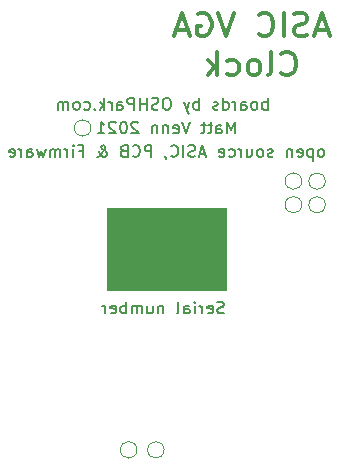
<source format=gbr>
G04 #@! TF.GenerationSoftware,KiCad,Pcbnew,5.1.10-88a1d61d58~88~ubuntu20.04.1*
G04 #@! TF.CreationDate,2021-08-11T17:00:08+02:00*
G04 #@! TF.ProjectId,carrier,63617272-6965-4722-9e6b-696361645f70,0.1*
G04 #@! TF.SameCoordinates,Original*
G04 #@! TF.FileFunction,Legend,Bot*
G04 #@! TF.FilePolarity,Positive*
%FSLAX46Y46*%
G04 Gerber Fmt 4.6, Leading zero omitted, Abs format (unit mm)*
G04 Created by KiCad (PCBNEW 5.1.10-88a1d61d58~88~ubuntu20.04.1) date 2021-08-11 17:00:08*
%MOMM*%
%LPD*%
G01*
G04 APERTURE LIST*
%ADD10C,0.300000*%
%ADD11C,0.100000*%
%ADD12C,0.150000*%
%ADD13C,0.120000*%
G04 APERTURE END LIST*
D10*
X63360952Y-67683333D02*
X62408571Y-67683333D01*
X63551428Y-68254761D02*
X62884761Y-66254761D01*
X62218095Y-68254761D01*
X61646666Y-68159523D02*
X61360952Y-68254761D01*
X60884761Y-68254761D01*
X60694285Y-68159523D01*
X60599047Y-68064285D01*
X60503809Y-67873809D01*
X60503809Y-67683333D01*
X60599047Y-67492857D01*
X60694285Y-67397619D01*
X60884761Y-67302380D01*
X61265714Y-67207142D01*
X61456190Y-67111904D01*
X61551428Y-67016666D01*
X61646666Y-66826190D01*
X61646666Y-66635714D01*
X61551428Y-66445238D01*
X61456190Y-66350000D01*
X61265714Y-66254761D01*
X60789523Y-66254761D01*
X60503809Y-66350000D01*
X59646666Y-68254761D02*
X59646666Y-66254761D01*
X57551428Y-68064285D02*
X57646666Y-68159523D01*
X57932380Y-68254761D01*
X58122857Y-68254761D01*
X58408571Y-68159523D01*
X58599047Y-67969047D01*
X58694285Y-67778571D01*
X58789523Y-67397619D01*
X58789523Y-67111904D01*
X58694285Y-66730952D01*
X58599047Y-66540476D01*
X58408571Y-66350000D01*
X58122857Y-66254761D01*
X57932380Y-66254761D01*
X57646666Y-66350000D01*
X57551428Y-66445238D01*
X55456190Y-66254761D02*
X54789523Y-68254761D01*
X54122857Y-66254761D01*
X52408571Y-66350000D02*
X52599047Y-66254761D01*
X52884761Y-66254761D01*
X53170476Y-66350000D01*
X53360952Y-66540476D01*
X53456190Y-66730952D01*
X53551428Y-67111904D01*
X53551428Y-67397619D01*
X53456190Y-67778571D01*
X53360952Y-67969047D01*
X53170476Y-68159523D01*
X52884761Y-68254761D01*
X52694285Y-68254761D01*
X52408571Y-68159523D01*
X52313333Y-68064285D01*
X52313333Y-67397619D01*
X52694285Y-67397619D01*
X51551428Y-67683333D02*
X50599047Y-67683333D01*
X51741904Y-68254761D02*
X51075238Y-66254761D01*
X50408571Y-68254761D01*
X59456190Y-71364285D02*
X59551428Y-71459523D01*
X59837142Y-71554761D01*
X60027619Y-71554761D01*
X60313333Y-71459523D01*
X60503809Y-71269047D01*
X60599047Y-71078571D01*
X60694285Y-70697619D01*
X60694285Y-70411904D01*
X60599047Y-70030952D01*
X60503809Y-69840476D01*
X60313333Y-69650000D01*
X60027619Y-69554761D01*
X59837142Y-69554761D01*
X59551428Y-69650000D01*
X59456190Y-69745238D01*
X58313333Y-71554761D02*
X58503809Y-71459523D01*
X58599047Y-71269047D01*
X58599047Y-69554761D01*
X57265714Y-71554761D02*
X57456190Y-71459523D01*
X57551428Y-71364285D01*
X57646666Y-71173809D01*
X57646666Y-70602380D01*
X57551428Y-70411904D01*
X57456190Y-70316666D01*
X57265714Y-70221428D01*
X56980000Y-70221428D01*
X56789523Y-70316666D01*
X56694285Y-70411904D01*
X56599047Y-70602380D01*
X56599047Y-71173809D01*
X56694285Y-71364285D01*
X56789523Y-71459523D01*
X56980000Y-71554761D01*
X57265714Y-71554761D01*
X54884761Y-71459523D02*
X55075238Y-71554761D01*
X55456190Y-71554761D01*
X55646666Y-71459523D01*
X55741904Y-71364285D01*
X55837142Y-71173809D01*
X55837142Y-70602380D01*
X55741904Y-70411904D01*
X55646666Y-70316666D01*
X55456190Y-70221428D01*
X55075238Y-70221428D01*
X54884761Y-70316666D01*
X54027619Y-71554761D02*
X54027619Y-69554761D01*
X53837142Y-70792857D02*
X53265714Y-71554761D01*
X53265714Y-70221428D02*
X54027619Y-70983333D01*
D11*
G36*
X54730000Y-89750000D02*
G01*
X44730000Y-89750000D01*
X44730000Y-82750000D01*
X54730000Y-82750000D01*
X54730000Y-89750000D01*
G37*
X54730000Y-89750000D02*
X44730000Y-89750000D01*
X44730000Y-82750000D01*
X54730000Y-82750000D01*
X54730000Y-89750000D01*
D12*
X54599047Y-91654761D02*
X54456190Y-91702380D01*
X54218095Y-91702380D01*
X54122857Y-91654761D01*
X54075238Y-91607142D01*
X54027619Y-91511904D01*
X54027619Y-91416666D01*
X54075238Y-91321428D01*
X54122857Y-91273809D01*
X54218095Y-91226190D01*
X54408571Y-91178571D01*
X54503809Y-91130952D01*
X54551428Y-91083333D01*
X54599047Y-90988095D01*
X54599047Y-90892857D01*
X54551428Y-90797619D01*
X54503809Y-90750000D01*
X54408571Y-90702380D01*
X54170476Y-90702380D01*
X54027619Y-90750000D01*
X53218095Y-91654761D02*
X53313333Y-91702380D01*
X53503809Y-91702380D01*
X53599047Y-91654761D01*
X53646666Y-91559523D01*
X53646666Y-91178571D01*
X53599047Y-91083333D01*
X53503809Y-91035714D01*
X53313333Y-91035714D01*
X53218095Y-91083333D01*
X53170476Y-91178571D01*
X53170476Y-91273809D01*
X53646666Y-91369047D01*
X52741904Y-91702380D02*
X52741904Y-91035714D01*
X52741904Y-91226190D02*
X52694285Y-91130952D01*
X52646666Y-91083333D01*
X52551428Y-91035714D01*
X52456190Y-91035714D01*
X52122857Y-91702380D02*
X52122857Y-91035714D01*
X52122857Y-90702380D02*
X52170476Y-90750000D01*
X52122857Y-90797619D01*
X52075238Y-90750000D01*
X52122857Y-90702380D01*
X52122857Y-90797619D01*
X51218095Y-91702380D02*
X51218095Y-91178571D01*
X51265714Y-91083333D01*
X51360952Y-91035714D01*
X51551428Y-91035714D01*
X51646666Y-91083333D01*
X51218095Y-91654761D02*
X51313333Y-91702380D01*
X51551428Y-91702380D01*
X51646666Y-91654761D01*
X51694285Y-91559523D01*
X51694285Y-91464285D01*
X51646666Y-91369047D01*
X51551428Y-91321428D01*
X51313333Y-91321428D01*
X51218095Y-91273809D01*
X50599047Y-91702380D02*
X50694285Y-91654761D01*
X50741904Y-91559523D01*
X50741904Y-90702380D01*
X49456190Y-91035714D02*
X49456190Y-91702380D01*
X49456190Y-91130952D02*
X49408571Y-91083333D01*
X49313333Y-91035714D01*
X49170476Y-91035714D01*
X49075238Y-91083333D01*
X49027619Y-91178571D01*
X49027619Y-91702380D01*
X48122857Y-91035714D02*
X48122857Y-91702380D01*
X48551428Y-91035714D02*
X48551428Y-91559523D01*
X48503809Y-91654761D01*
X48408571Y-91702380D01*
X48265714Y-91702380D01*
X48170476Y-91654761D01*
X48122857Y-91607142D01*
X47646666Y-91702380D02*
X47646666Y-91035714D01*
X47646666Y-91130952D02*
X47599047Y-91083333D01*
X47503809Y-91035714D01*
X47360952Y-91035714D01*
X47265714Y-91083333D01*
X47218095Y-91178571D01*
X47218095Y-91702380D01*
X47218095Y-91178571D02*
X47170476Y-91083333D01*
X47075238Y-91035714D01*
X46932380Y-91035714D01*
X46837142Y-91083333D01*
X46789523Y-91178571D01*
X46789523Y-91702380D01*
X46313333Y-91702380D02*
X46313333Y-90702380D01*
X46313333Y-91083333D02*
X46218095Y-91035714D01*
X46027619Y-91035714D01*
X45932380Y-91083333D01*
X45884761Y-91130952D01*
X45837142Y-91226190D01*
X45837142Y-91511904D01*
X45884761Y-91607142D01*
X45932380Y-91654761D01*
X46027619Y-91702380D01*
X46218095Y-91702380D01*
X46313333Y-91654761D01*
X45027619Y-91654761D02*
X45122857Y-91702380D01*
X45313333Y-91702380D01*
X45408571Y-91654761D01*
X45456190Y-91559523D01*
X45456190Y-91178571D01*
X45408571Y-91083333D01*
X45313333Y-91035714D01*
X45122857Y-91035714D01*
X45027619Y-91083333D01*
X44980000Y-91178571D01*
X44980000Y-91273809D01*
X45456190Y-91369047D01*
X44551428Y-91702380D02*
X44551428Y-91035714D01*
X44551428Y-91226190D02*
X44503809Y-91130952D01*
X44456190Y-91083333D01*
X44360952Y-91035714D01*
X44265714Y-91035714D01*
X62872857Y-78452380D02*
X62968095Y-78404761D01*
X63015714Y-78357142D01*
X63063333Y-78261904D01*
X63063333Y-77976190D01*
X63015714Y-77880952D01*
X62968095Y-77833333D01*
X62872857Y-77785714D01*
X62730000Y-77785714D01*
X62634761Y-77833333D01*
X62587142Y-77880952D01*
X62539523Y-77976190D01*
X62539523Y-78261904D01*
X62587142Y-78357142D01*
X62634761Y-78404761D01*
X62730000Y-78452380D01*
X62872857Y-78452380D01*
X62110952Y-77785714D02*
X62110952Y-78785714D01*
X62110952Y-77833333D02*
X62015714Y-77785714D01*
X61825238Y-77785714D01*
X61730000Y-77833333D01*
X61682380Y-77880952D01*
X61634761Y-77976190D01*
X61634761Y-78261904D01*
X61682380Y-78357142D01*
X61730000Y-78404761D01*
X61825238Y-78452380D01*
X62015714Y-78452380D01*
X62110952Y-78404761D01*
X60825238Y-78404761D02*
X60920476Y-78452380D01*
X61110952Y-78452380D01*
X61206190Y-78404761D01*
X61253809Y-78309523D01*
X61253809Y-77928571D01*
X61206190Y-77833333D01*
X61110952Y-77785714D01*
X60920476Y-77785714D01*
X60825238Y-77833333D01*
X60777619Y-77928571D01*
X60777619Y-78023809D01*
X61253809Y-78119047D01*
X60349047Y-77785714D02*
X60349047Y-78452380D01*
X60349047Y-77880952D02*
X60301428Y-77833333D01*
X60206190Y-77785714D01*
X60063333Y-77785714D01*
X59968095Y-77833333D01*
X59920476Y-77928571D01*
X59920476Y-78452380D01*
X58730000Y-78404761D02*
X58634761Y-78452380D01*
X58444285Y-78452380D01*
X58349047Y-78404761D01*
X58301428Y-78309523D01*
X58301428Y-78261904D01*
X58349047Y-78166666D01*
X58444285Y-78119047D01*
X58587142Y-78119047D01*
X58682380Y-78071428D01*
X58730000Y-77976190D01*
X58730000Y-77928571D01*
X58682380Y-77833333D01*
X58587142Y-77785714D01*
X58444285Y-77785714D01*
X58349047Y-77833333D01*
X57730000Y-78452380D02*
X57825238Y-78404761D01*
X57872857Y-78357142D01*
X57920476Y-78261904D01*
X57920476Y-77976190D01*
X57872857Y-77880952D01*
X57825238Y-77833333D01*
X57730000Y-77785714D01*
X57587142Y-77785714D01*
X57491904Y-77833333D01*
X57444285Y-77880952D01*
X57396666Y-77976190D01*
X57396666Y-78261904D01*
X57444285Y-78357142D01*
X57491904Y-78404761D01*
X57587142Y-78452380D01*
X57730000Y-78452380D01*
X56539523Y-77785714D02*
X56539523Y-78452380D01*
X56968095Y-77785714D02*
X56968095Y-78309523D01*
X56920476Y-78404761D01*
X56825238Y-78452380D01*
X56682380Y-78452380D01*
X56587142Y-78404761D01*
X56539523Y-78357142D01*
X56063333Y-78452380D02*
X56063333Y-77785714D01*
X56063333Y-77976190D02*
X56015714Y-77880952D01*
X55968095Y-77833333D01*
X55872857Y-77785714D01*
X55777619Y-77785714D01*
X55015714Y-78404761D02*
X55110952Y-78452380D01*
X55301428Y-78452380D01*
X55396666Y-78404761D01*
X55444285Y-78357142D01*
X55491904Y-78261904D01*
X55491904Y-77976190D01*
X55444285Y-77880952D01*
X55396666Y-77833333D01*
X55301428Y-77785714D01*
X55110952Y-77785714D01*
X55015714Y-77833333D01*
X54206190Y-78404761D02*
X54301428Y-78452380D01*
X54491904Y-78452380D01*
X54587142Y-78404761D01*
X54634761Y-78309523D01*
X54634761Y-77928571D01*
X54587142Y-77833333D01*
X54491904Y-77785714D01*
X54301428Y-77785714D01*
X54206190Y-77833333D01*
X54158571Y-77928571D01*
X54158571Y-78023809D01*
X54634761Y-78119047D01*
X53015714Y-78166666D02*
X52539523Y-78166666D01*
X53110952Y-78452380D02*
X52777619Y-77452380D01*
X52444285Y-78452380D01*
X52158571Y-78404761D02*
X52015714Y-78452380D01*
X51777619Y-78452380D01*
X51682380Y-78404761D01*
X51634761Y-78357142D01*
X51587142Y-78261904D01*
X51587142Y-78166666D01*
X51634761Y-78071428D01*
X51682380Y-78023809D01*
X51777619Y-77976190D01*
X51968095Y-77928571D01*
X52063333Y-77880952D01*
X52110952Y-77833333D01*
X52158571Y-77738095D01*
X52158571Y-77642857D01*
X52110952Y-77547619D01*
X52063333Y-77500000D01*
X51968095Y-77452380D01*
X51730000Y-77452380D01*
X51587142Y-77500000D01*
X51158571Y-78452380D02*
X51158571Y-77452380D01*
X50110952Y-78357142D02*
X50158571Y-78404761D01*
X50301428Y-78452380D01*
X50396666Y-78452380D01*
X50539523Y-78404761D01*
X50634761Y-78309523D01*
X50682380Y-78214285D01*
X50730000Y-78023809D01*
X50730000Y-77880952D01*
X50682380Y-77690476D01*
X50634761Y-77595238D01*
X50539523Y-77500000D01*
X50396666Y-77452380D01*
X50301428Y-77452380D01*
X50158571Y-77500000D01*
X50110952Y-77547619D01*
X49634761Y-78404761D02*
X49634761Y-78452380D01*
X49682380Y-78547619D01*
X49730000Y-78595238D01*
X48444285Y-78452380D02*
X48444285Y-77452380D01*
X48063333Y-77452380D01*
X47968095Y-77500000D01*
X47920476Y-77547619D01*
X47872857Y-77642857D01*
X47872857Y-77785714D01*
X47920476Y-77880952D01*
X47968095Y-77928571D01*
X48063333Y-77976190D01*
X48444285Y-77976190D01*
X46872857Y-78357142D02*
X46920476Y-78404761D01*
X47063333Y-78452380D01*
X47158571Y-78452380D01*
X47301428Y-78404761D01*
X47396666Y-78309523D01*
X47444285Y-78214285D01*
X47491904Y-78023809D01*
X47491904Y-77880952D01*
X47444285Y-77690476D01*
X47396666Y-77595238D01*
X47301428Y-77500000D01*
X47158571Y-77452380D01*
X47063333Y-77452380D01*
X46920476Y-77500000D01*
X46872857Y-77547619D01*
X46110952Y-77928571D02*
X45968095Y-77976190D01*
X45920476Y-78023809D01*
X45872857Y-78119047D01*
X45872857Y-78261904D01*
X45920476Y-78357142D01*
X45968095Y-78404761D01*
X46063333Y-78452380D01*
X46444285Y-78452380D01*
X46444285Y-77452380D01*
X46110952Y-77452380D01*
X46015714Y-77500000D01*
X45968095Y-77547619D01*
X45920476Y-77642857D01*
X45920476Y-77738095D01*
X45968095Y-77833333D01*
X46015714Y-77880952D01*
X46110952Y-77928571D01*
X46444285Y-77928571D01*
X43872857Y-78452380D02*
X43920476Y-78452380D01*
X44015714Y-78404761D01*
X44158571Y-78261904D01*
X44396666Y-77976190D01*
X44491904Y-77833333D01*
X44539523Y-77690476D01*
X44539523Y-77595238D01*
X44491904Y-77500000D01*
X44396666Y-77452380D01*
X44349047Y-77452380D01*
X44253809Y-77500000D01*
X44206190Y-77595238D01*
X44206190Y-77642857D01*
X44253809Y-77738095D01*
X44301428Y-77785714D01*
X44587142Y-77976190D01*
X44634761Y-78023809D01*
X44682380Y-78119047D01*
X44682380Y-78261904D01*
X44634761Y-78357142D01*
X44587142Y-78404761D01*
X44491904Y-78452380D01*
X44349047Y-78452380D01*
X44253809Y-78404761D01*
X44206190Y-78357142D01*
X44063333Y-78166666D01*
X44015714Y-78023809D01*
X44015714Y-77928571D01*
X42349047Y-77928571D02*
X42682380Y-77928571D01*
X42682380Y-78452380D02*
X42682380Y-77452380D01*
X42206190Y-77452380D01*
X41825238Y-78452380D02*
X41825238Y-77785714D01*
X41825238Y-77452380D02*
X41872857Y-77500000D01*
X41825238Y-77547619D01*
X41777619Y-77500000D01*
X41825238Y-77452380D01*
X41825238Y-77547619D01*
X41349047Y-78452380D02*
X41349047Y-77785714D01*
X41349047Y-77976190D02*
X41301428Y-77880952D01*
X41253809Y-77833333D01*
X41158571Y-77785714D01*
X41063333Y-77785714D01*
X40730000Y-78452380D02*
X40730000Y-77785714D01*
X40730000Y-77880952D02*
X40682380Y-77833333D01*
X40587142Y-77785714D01*
X40444285Y-77785714D01*
X40349047Y-77833333D01*
X40301428Y-77928571D01*
X40301428Y-78452380D01*
X40301428Y-77928571D02*
X40253809Y-77833333D01*
X40158571Y-77785714D01*
X40015714Y-77785714D01*
X39920476Y-77833333D01*
X39872857Y-77928571D01*
X39872857Y-78452380D01*
X39491904Y-77785714D02*
X39301428Y-78452380D01*
X39110952Y-77976190D01*
X38920476Y-78452380D01*
X38730000Y-77785714D01*
X37920476Y-78452380D02*
X37920476Y-77928571D01*
X37968095Y-77833333D01*
X38063333Y-77785714D01*
X38253809Y-77785714D01*
X38349047Y-77833333D01*
X37920476Y-78404761D02*
X38015714Y-78452380D01*
X38253809Y-78452380D01*
X38349047Y-78404761D01*
X38396666Y-78309523D01*
X38396666Y-78214285D01*
X38349047Y-78119047D01*
X38253809Y-78071428D01*
X38015714Y-78071428D01*
X37920476Y-78023809D01*
X37444285Y-78452380D02*
X37444285Y-77785714D01*
X37444285Y-77976190D02*
X37396666Y-77880952D01*
X37349047Y-77833333D01*
X37253809Y-77785714D01*
X37158571Y-77785714D01*
X36444285Y-78404761D02*
X36539523Y-78452380D01*
X36730000Y-78452380D01*
X36825238Y-78404761D01*
X36872857Y-78309523D01*
X36872857Y-77928571D01*
X36825238Y-77833333D01*
X36730000Y-77785714D01*
X36539523Y-77785714D01*
X36444285Y-77833333D01*
X36396666Y-77928571D01*
X36396666Y-78023809D01*
X36872857Y-78119047D01*
X55515714Y-76452380D02*
X55515714Y-75452380D01*
X55182380Y-76166666D01*
X54849047Y-75452380D01*
X54849047Y-76452380D01*
X53944285Y-76452380D02*
X53944285Y-75928571D01*
X53991904Y-75833333D01*
X54087142Y-75785714D01*
X54277619Y-75785714D01*
X54372857Y-75833333D01*
X53944285Y-76404761D02*
X54039523Y-76452380D01*
X54277619Y-76452380D01*
X54372857Y-76404761D01*
X54420476Y-76309523D01*
X54420476Y-76214285D01*
X54372857Y-76119047D01*
X54277619Y-76071428D01*
X54039523Y-76071428D01*
X53944285Y-76023809D01*
X53610952Y-75785714D02*
X53230000Y-75785714D01*
X53468095Y-75452380D02*
X53468095Y-76309523D01*
X53420476Y-76404761D01*
X53325238Y-76452380D01*
X53230000Y-76452380D01*
X53039523Y-75785714D02*
X52658571Y-75785714D01*
X52896666Y-75452380D02*
X52896666Y-76309523D01*
X52849047Y-76404761D01*
X52753809Y-76452380D01*
X52658571Y-76452380D01*
X51706190Y-75452380D02*
X51372857Y-76452380D01*
X51039523Y-75452380D01*
X50325238Y-76404761D02*
X50420476Y-76452380D01*
X50610952Y-76452380D01*
X50706190Y-76404761D01*
X50753809Y-76309523D01*
X50753809Y-75928571D01*
X50706190Y-75833333D01*
X50610952Y-75785714D01*
X50420476Y-75785714D01*
X50325238Y-75833333D01*
X50277619Y-75928571D01*
X50277619Y-76023809D01*
X50753809Y-76119047D01*
X49849047Y-75785714D02*
X49849047Y-76452380D01*
X49849047Y-75880952D02*
X49801428Y-75833333D01*
X49706190Y-75785714D01*
X49563333Y-75785714D01*
X49468095Y-75833333D01*
X49420476Y-75928571D01*
X49420476Y-76452380D01*
X48944285Y-75785714D02*
X48944285Y-76452380D01*
X48944285Y-75880952D02*
X48896666Y-75833333D01*
X48801428Y-75785714D01*
X48658571Y-75785714D01*
X48563333Y-75833333D01*
X48515714Y-75928571D01*
X48515714Y-76452380D01*
X47325238Y-75547619D02*
X47277619Y-75500000D01*
X47182380Y-75452380D01*
X46944285Y-75452380D01*
X46849047Y-75500000D01*
X46801428Y-75547619D01*
X46753809Y-75642857D01*
X46753809Y-75738095D01*
X46801428Y-75880952D01*
X47372857Y-76452380D01*
X46753809Y-76452380D01*
X46134761Y-75452380D02*
X46039523Y-75452380D01*
X45944285Y-75500000D01*
X45896666Y-75547619D01*
X45849047Y-75642857D01*
X45801428Y-75833333D01*
X45801428Y-76071428D01*
X45849047Y-76261904D01*
X45896666Y-76357142D01*
X45944285Y-76404761D01*
X46039523Y-76452380D01*
X46134761Y-76452380D01*
X46230000Y-76404761D01*
X46277619Y-76357142D01*
X46325238Y-76261904D01*
X46372857Y-76071428D01*
X46372857Y-75833333D01*
X46325238Y-75642857D01*
X46277619Y-75547619D01*
X46230000Y-75500000D01*
X46134761Y-75452380D01*
X45420476Y-75547619D02*
X45372857Y-75500000D01*
X45277619Y-75452380D01*
X45039523Y-75452380D01*
X44944285Y-75500000D01*
X44896666Y-75547619D01*
X44849047Y-75642857D01*
X44849047Y-75738095D01*
X44896666Y-75880952D01*
X45468095Y-76452380D01*
X44849047Y-76452380D01*
X43896666Y-76452380D02*
X44468095Y-76452380D01*
X44182380Y-76452380D02*
X44182380Y-75452380D01*
X44277619Y-75595238D01*
X44372857Y-75690476D01*
X44468095Y-75738095D01*
X58287142Y-74452380D02*
X58287142Y-73452380D01*
X58287142Y-73833333D02*
X58191904Y-73785714D01*
X58001428Y-73785714D01*
X57906190Y-73833333D01*
X57858571Y-73880952D01*
X57810952Y-73976190D01*
X57810952Y-74261904D01*
X57858571Y-74357142D01*
X57906190Y-74404761D01*
X58001428Y-74452380D01*
X58191904Y-74452380D01*
X58287142Y-74404761D01*
X57239523Y-74452380D02*
X57334761Y-74404761D01*
X57382380Y-74357142D01*
X57430000Y-74261904D01*
X57430000Y-73976190D01*
X57382380Y-73880952D01*
X57334761Y-73833333D01*
X57239523Y-73785714D01*
X57096666Y-73785714D01*
X57001428Y-73833333D01*
X56953809Y-73880952D01*
X56906190Y-73976190D01*
X56906190Y-74261904D01*
X56953809Y-74357142D01*
X57001428Y-74404761D01*
X57096666Y-74452380D01*
X57239523Y-74452380D01*
X56049047Y-74452380D02*
X56049047Y-73928571D01*
X56096666Y-73833333D01*
X56191904Y-73785714D01*
X56382380Y-73785714D01*
X56477619Y-73833333D01*
X56049047Y-74404761D02*
X56144285Y-74452380D01*
X56382380Y-74452380D01*
X56477619Y-74404761D01*
X56525238Y-74309523D01*
X56525238Y-74214285D01*
X56477619Y-74119047D01*
X56382380Y-74071428D01*
X56144285Y-74071428D01*
X56049047Y-74023809D01*
X55572857Y-74452380D02*
X55572857Y-73785714D01*
X55572857Y-73976190D02*
X55525238Y-73880952D01*
X55477619Y-73833333D01*
X55382380Y-73785714D01*
X55287142Y-73785714D01*
X54525238Y-74452380D02*
X54525238Y-73452380D01*
X54525238Y-74404761D02*
X54620476Y-74452380D01*
X54810952Y-74452380D01*
X54906190Y-74404761D01*
X54953809Y-74357142D01*
X55001428Y-74261904D01*
X55001428Y-73976190D01*
X54953809Y-73880952D01*
X54906190Y-73833333D01*
X54810952Y-73785714D01*
X54620476Y-73785714D01*
X54525238Y-73833333D01*
X54096666Y-74404761D02*
X54001428Y-74452380D01*
X53810952Y-74452380D01*
X53715714Y-74404761D01*
X53668095Y-74309523D01*
X53668095Y-74261904D01*
X53715714Y-74166666D01*
X53810952Y-74119047D01*
X53953809Y-74119047D01*
X54049047Y-74071428D01*
X54096666Y-73976190D01*
X54096666Y-73928571D01*
X54049047Y-73833333D01*
X53953809Y-73785714D01*
X53810952Y-73785714D01*
X53715714Y-73833333D01*
X52477619Y-74452380D02*
X52477619Y-73452380D01*
X52477619Y-73833333D02*
X52382380Y-73785714D01*
X52191904Y-73785714D01*
X52096666Y-73833333D01*
X52049047Y-73880952D01*
X52001428Y-73976190D01*
X52001428Y-74261904D01*
X52049047Y-74357142D01*
X52096666Y-74404761D01*
X52191904Y-74452380D01*
X52382380Y-74452380D01*
X52477619Y-74404761D01*
X51668095Y-73785714D02*
X51430000Y-74452380D01*
X51191904Y-73785714D02*
X51430000Y-74452380D01*
X51525238Y-74690476D01*
X51572857Y-74738095D01*
X51668095Y-74785714D01*
X49858571Y-73452380D02*
X49668095Y-73452380D01*
X49572857Y-73500000D01*
X49477619Y-73595238D01*
X49430000Y-73785714D01*
X49430000Y-74119047D01*
X49477619Y-74309523D01*
X49572857Y-74404761D01*
X49668095Y-74452380D01*
X49858571Y-74452380D01*
X49953809Y-74404761D01*
X50049047Y-74309523D01*
X50096666Y-74119047D01*
X50096666Y-73785714D01*
X50049047Y-73595238D01*
X49953809Y-73500000D01*
X49858571Y-73452380D01*
X49049047Y-74404761D02*
X48906190Y-74452380D01*
X48668095Y-74452380D01*
X48572857Y-74404761D01*
X48525238Y-74357142D01*
X48477619Y-74261904D01*
X48477619Y-74166666D01*
X48525238Y-74071428D01*
X48572857Y-74023809D01*
X48668095Y-73976190D01*
X48858571Y-73928571D01*
X48953809Y-73880952D01*
X49001428Y-73833333D01*
X49049047Y-73738095D01*
X49049047Y-73642857D01*
X49001428Y-73547619D01*
X48953809Y-73500000D01*
X48858571Y-73452380D01*
X48620476Y-73452380D01*
X48477619Y-73500000D01*
X48049047Y-74452380D02*
X48049047Y-73452380D01*
X48049047Y-73928571D02*
X47477619Y-73928571D01*
X47477619Y-74452380D02*
X47477619Y-73452380D01*
X47001428Y-74452380D02*
X47001428Y-73452380D01*
X46620476Y-73452380D01*
X46525238Y-73500000D01*
X46477619Y-73547619D01*
X46430000Y-73642857D01*
X46430000Y-73785714D01*
X46477619Y-73880952D01*
X46525238Y-73928571D01*
X46620476Y-73976190D01*
X47001428Y-73976190D01*
X45572857Y-74452380D02*
X45572857Y-73928571D01*
X45620476Y-73833333D01*
X45715714Y-73785714D01*
X45906190Y-73785714D01*
X46001428Y-73833333D01*
X45572857Y-74404761D02*
X45668095Y-74452380D01*
X45906190Y-74452380D01*
X46001428Y-74404761D01*
X46049047Y-74309523D01*
X46049047Y-74214285D01*
X46001428Y-74119047D01*
X45906190Y-74071428D01*
X45668095Y-74071428D01*
X45572857Y-74023809D01*
X45096666Y-74452380D02*
X45096666Y-73785714D01*
X45096666Y-73976190D02*
X45049047Y-73880952D01*
X45001428Y-73833333D01*
X44906190Y-73785714D01*
X44810952Y-73785714D01*
X44477619Y-74452380D02*
X44477619Y-73452380D01*
X44382380Y-74071428D02*
X44096666Y-74452380D01*
X44096666Y-73785714D02*
X44477619Y-74166666D01*
X43668095Y-74357142D02*
X43620476Y-74404761D01*
X43668095Y-74452380D01*
X43715714Y-74404761D01*
X43668095Y-74357142D01*
X43668095Y-74452380D01*
X42763333Y-74404761D02*
X42858571Y-74452380D01*
X43049047Y-74452380D01*
X43144285Y-74404761D01*
X43191904Y-74357142D01*
X43239523Y-74261904D01*
X43239523Y-73976190D01*
X43191904Y-73880952D01*
X43144285Y-73833333D01*
X43049047Y-73785714D01*
X42858571Y-73785714D01*
X42763333Y-73833333D01*
X42191904Y-74452380D02*
X42287142Y-74404761D01*
X42334761Y-74357142D01*
X42382380Y-74261904D01*
X42382380Y-73976190D01*
X42334761Y-73880952D01*
X42287142Y-73833333D01*
X42191904Y-73785714D01*
X42049047Y-73785714D01*
X41953809Y-73833333D01*
X41906190Y-73880952D01*
X41858571Y-73976190D01*
X41858571Y-74261904D01*
X41906190Y-74357142D01*
X41953809Y-74404761D01*
X42049047Y-74452380D01*
X42191904Y-74452380D01*
X41430000Y-74452380D02*
X41430000Y-73785714D01*
X41430000Y-73880952D02*
X41382380Y-73833333D01*
X41287142Y-73785714D01*
X41144285Y-73785714D01*
X41049047Y-73833333D01*
X41001428Y-73928571D01*
X41001428Y-74452380D01*
X41001428Y-73928571D02*
X40953809Y-73833333D01*
X40858571Y-73785714D01*
X40715714Y-73785714D01*
X40620476Y-73833333D01*
X40572857Y-73928571D01*
X40572857Y-74452380D01*
D13*
G04 #@! TO.C,TP2*
X61180000Y-80500000D02*
G75*
G03*
X61180000Y-80500000I-700000J0D01*
G01*
G04 #@! TO.C,TP3*
X61180000Y-82500000D02*
G75*
G03*
X61180000Y-82500000I-700000J0D01*
G01*
G04 #@! TO.C,TP4*
X63180000Y-80500000D02*
G75*
G03*
X63180000Y-80500000I-700000J0D01*
G01*
G04 #@! TO.C,TP5*
X63180000Y-82500000D02*
G75*
G03*
X63180000Y-82500000I-700000J0D01*
G01*
G04 #@! TO.C,TP6*
X43330000Y-76000000D02*
G75*
G03*
X43330000Y-76000000I-700000J0D01*
G01*
G04 #@! TO.C,TP7*
X49530000Y-103250000D02*
G75*
G03*
X49530000Y-103250000I-700000J0D01*
G01*
G04 #@! TO.C,TP8*
X47230000Y-103250000D02*
G75*
G03*
X47230000Y-103250000I-700000J0D01*
G01*
G04 #@! TD*
M02*

</source>
